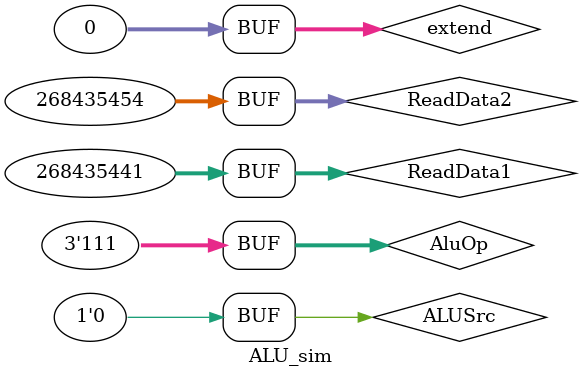
<source format=v>
`timescale 1ns / 1ps


module ALU_sim();
        reg ALUSrc;          //ÊäÈë¶Ë1Î»Ñ¡
        reg [31:0] ReadData1; //rs1¼Ä´æÆ÷¶ÁÈ¡Êý¾Ý
        reg [31:0] ReadData2; //rs2¼Ä´æÆ÷¶ÁÈ¡Êý¾Ý
        reg [31:0] extend;    //À©Õ¹ºóÁ¢¼´Êý
        reg [2:0] AluOp;      //ALU¹¦ÄÜÂë
        wire Z;           //Z±íÊ¾Ê¾ÊýÎªÁã
        wire [31:0] AluOutput; //ALU¼ÆËã½á¹û
        reg true;


        ALU alu_sim(ALUSrc,ReadData1,ReadData2,extend,AluOp,Z,AluOutput);

        initial begin
                ALUSrc = 0;
                ReadData1 = 32'hfffffffe;
                ReadData2 = 32'hfffffffe;
                extend = 0;
                AluOp = 3'b110;
                #10
                true = Z ? 0 : 1;
                #10;

                ReadData1 = 32'hfffffffe;
                ReadData2 = 32'hfffffffe;
                AluOp = 3'b101;
                #10
                true = Z ? 1 : 0;
                #10;

                ReadData1 = 32'h0ffffffe;
                ReadData2 = 32'hfffffffe;
                AluOp = 3'b101;
                #10
                true = Z ? 1 : 0;
                #10;

                ReadData1 = 32'h0ffffffe;
                ReadData2 = 32'hfffffffe;
                AluOp = 3'b111;
                #10
                true = Z ? 0 : 1;
                #10;

                ReadData1 = 32'hfffffff1;
                ReadData2 = 32'hfffffffe;
                AluOp = 3'b111; //False
                #10
                true = Z ? 1 : 0;
                #10;

                ReadData1 = 32'hfffffff1;
                ReadData2 = 32'hfffffffe;
                AluOp = 3'b110; //False
                #10
                true = Z ? 1 : 0;
                #10;

                ReadData1 = 32'hfffffff1;
                ReadData2 = 32'hfffffffe;
                AluOp = 3'b101; //False
                #10
                true = Z ? 0 : 1;
                #10;

                ReadData1 = 32'h0ffffff1;
                ReadData2 = 32'h0ffffffe;
                AluOp = 3'b101; //False
                #10
                true = Z ? 0 : 1;
                #10;

                ReadData1 = 32'h0ffffff1;
                ReadData2 = 32'h0ffffffe;
                AluOp = 3'b111; //False
                #10
                true = Z ? 1 : 0;
                #10;
        end
endmodule

</source>
